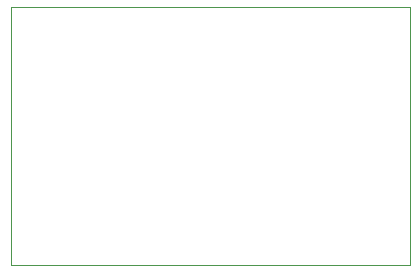
<source format=gbr>
%TF.GenerationSoftware,KiCad,Pcbnew,(6.0.4)*%
%TF.CreationDate,2022-07-15T22:26:08+03:00*%
%TF.ProjectId,Basic-150-MHz-Telemetry-Transmitter-THT,42617369-632d-4313-9530-2d4d487a2d54,rev?*%
%TF.SameCoordinates,Original*%
%TF.FileFunction,Profile,NP*%
%FSLAX46Y46*%
G04 Gerber Fmt 4.6, Leading zero omitted, Abs format (unit mm)*
G04 Created by KiCad (PCBNEW (6.0.4)) date 2022-07-15 22:26:08*
%MOMM*%
%LPD*%
G01*
G04 APERTURE LIST*
%TA.AperFunction,Profile*%
%ADD10C,0.100000*%
%TD*%
G04 APERTURE END LIST*
D10*
X85852000Y-118110000D02*
X52070000Y-118110000D01*
X52070000Y-96266000D02*
X85852000Y-96266000D01*
X85852000Y-96266000D02*
X85852000Y-118110000D01*
X52070000Y-118110000D02*
X52070000Y-96266000D01*
M02*

</source>
